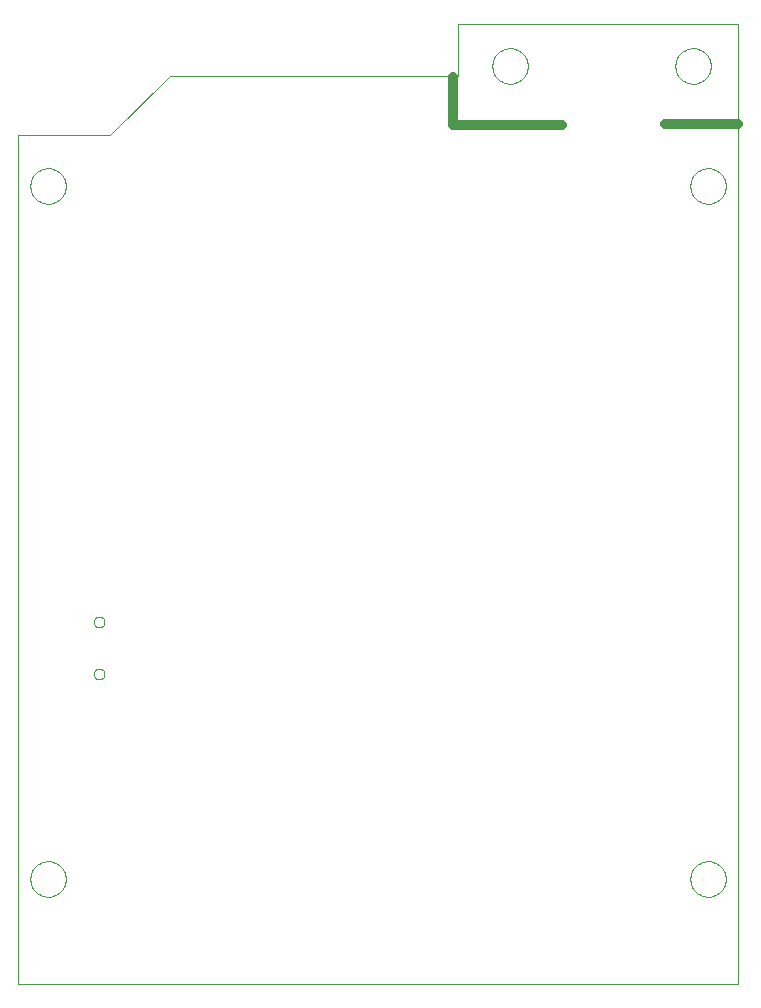
<source format=gko>
G75*
G70*
%OFA0B0*%
%FSLAX24Y24*%
%IPPOS*%
%LPD*%
%AMOC8*
5,1,8,0,0,1.08239X$1,22.5*
%
%ADD10C,0.0000*%
%ADD11C,0.0320*%
D10*
X000706Y001758D02*
X000706Y030058D01*
X003746Y030058D01*
X003756Y030068D01*
X005766Y032018D01*
X015356Y032018D01*
X015356Y033758D01*
X024706Y033758D01*
X024706Y030428D01*
X024706Y001758D01*
X000706Y001758D01*
X001115Y005258D02*
X001117Y005306D01*
X001123Y005354D01*
X001133Y005401D01*
X001146Y005447D01*
X001164Y005492D01*
X001184Y005536D01*
X001209Y005578D01*
X001237Y005617D01*
X001267Y005654D01*
X001301Y005688D01*
X001338Y005720D01*
X001376Y005749D01*
X001417Y005774D01*
X001460Y005796D01*
X001505Y005814D01*
X001551Y005828D01*
X001598Y005839D01*
X001646Y005846D01*
X001694Y005849D01*
X001742Y005848D01*
X001790Y005843D01*
X001838Y005834D01*
X001884Y005822D01*
X001929Y005805D01*
X001973Y005785D01*
X002015Y005762D01*
X002055Y005735D01*
X002093Y005705D01*
X002128Y005672D01*
X002160Y005636D01*
X002190Y005598D01*
X002216Y005557D01*
X002238Y005514D01*
X002258Y005470D01*
X002273Y005425D01*
X002285Y005378D01*
X002293Y005330D01*
X002297Y005282D01*
X002297Y005234D01*
X002293Y005186D01*
X002285Y005138D01*
X002273Y005091D01*
X002258Y005046D01*
X002238Y005002D01*
X002216Y004959D01*
X002190Y004918D01*
X002160Y004880D01*
X002128Y004844D01*
X002093Y004811D01*
X002055Y004781D01*
X002015Y004754D01*
X001973Y004731D01*
X001929Y004711D01*
X001884Y004694D01*
X001838Y004682D01*
X001790Y004673D01*
X001742Y004668D01*
X001694Y004667D01*
X001646Y004670D01*
X001598Y004677D01*
X001551Y004688D01*
X001505Y004702D01*
X001460Y004720D01*
X001417Y004742D01*
X001376Y004767D01*
X001338Y004796D01*
X001301Y004828D01*
X001267Y004862D01*
X001237Y004899D01*
X001209Y004938D01*
X001184Y004980D01*
X001164Y005024D01*
X001146Y005069D01*
X001133Y005115D01*
X001123Y005162D01*
X001117Y005210D01*
X001115Y005258D01*
X003229Y012091D02*
X003231Y012117D01*
X003237Y012143D01*
X003247Y012168D01*
X003260Y012191D01*
X003276Y012211D01*
X003296Y012229D01*
X003318Y012244D01*
X003341Y012256D01*
X003367Y012264D01*
X003393Y012268D01*
X003419Y012268D01*
X003445Y012264D01*
X003471Y012256D01*
X003495Y012244D01*
X003516Y012229D01*
X003536Y012211D01*
X003552Y012191D01*
X003565Y012168D01*
X003575Y012143D01*
X003581Y012117D01*
X003583Y012091D01*
X003581Y012065D01*
X003575Y012039D01*
X003565Y012014D01*
X003552Y011991D01*
X003536Y011971D01*
X003516Y011953D01*
X003494Y011938D01*
X003471Y011926D01*
X003445Y011918D01*
X003419Y011914D01*
X003393Y011914D01*
X003367Y011918D01*
X003341Y011926D01*
X003317Y011938D01*
X003296Y011953D01*
X003276Y011971D01*
X003260Y011991D01*
X003247Y012014D01*
X003237Y012039D01*
X003231Y012065D01*
X003229Y012091D01*
X003229Y013824D02*
X003231Y013850D01*
X003237Y013876D01*
X003247Y013901D01*
X003260Y013924D01*
X003276Y013944D01*
X003296Y013962D01*
X003318Y013977D01*
X003341Y013989D01*
X003367Y013997D01*
X003393Y014001D01*
X003419Y014001D01*
X003445Y013997D01*
X003471Y013989D01*
X003495Y013977D01*
X003516Y013962D01*
X003536Y013944D01*
X003552Y013924D01*
X003565Y013901D01*
X003575Y013876D01*
X003581Y013850D01*
X003583Y013824D01*
X003581Y013798D01*
X003575Y013772D01*
X003565Y013747D01*
X003552Y013724D01*
X003536Y013704D01*
X003516Y013686D01*
X003494Y013671D01*
X003471Y013659D01*
X003445Y013651D01*
X003419Y013647D01*
X003393Y013647D01*
X003367Y013651D01*
X003341Y013659D01*
X003317Y013671D01*
X003296Y013686D01*
X003276Y013704D01*
X003260Y013724D01*
X003247Y013747D01*
X003237Y013772D01*
X003231Y013798D01*
X003229Y013824D01*
X001115Y028358D02*
X001117Y028406D01*
X001123Y028454D01*
X001133Y028501D01*
X001146Y028547D01*
X001164Y028592D01*
X001184Y028636D01*
X001209Y028678D01*
X001237Y028717D01*
X001267Y028754D01*
X001301Y028788D01*
X001338Y028820D01*
X001376Y028849D01*
X001417Y028874D01*
X001460Y028896D01*
X001505Y028914D01*
X001551Y028928D01*
X001598Y028939D01*
X001646Y028946D01*
X001694Y028949D01*
X001742Y028948D01*
X001790Y028943D01*
X001838Y028934D01*
X001884Y028922D01*
X001929Y028905D01*
X001973Y028885D01*
X002015Y028862D01*
X002055Y028835D01*
X002093Y028805D01*
X002128Y028772D01*
X002160Y028736D01*
X002190Y028698D01*
X002216Y028657D01*
X002238Y028614D01*
X002258Y028570D01*
X002273Y028525D01*
X002285Y028478D01*
X002293Y028430D01*
X002297Y028382D01*
X002297Y028334D01*
X002293Y028286D01*
X002285Y028238D01*
X002273Y028191D01*
X002258Y028146D01*
X002238Y028102D01*
X002216Y028059D01*
X002190Y028018D01*
X002160Y027980D01*
X002128Y027944D01*
X002093Y027911D01*
X002055Y027881D01*
X002015Y027854D01*
X001973Y027831D01*
X001929Y027811D01*
X001884Y027794D01*
X001838Y027782D01*
X001790Y027773D01*
X001742Y027768D01*
X001694Y027767D01*
X001646Y027770D01*
X001598Y027777D01*
X001551Y027788D01*
X001505Y027802D01*
X001460Y027820D01*
X001417Y027842D01*
X001376Y027867D01*
X001338Y027896D01*
X001301Y027928D01*
X001267Y027962D01*
X001237Y027999D01*
X001209Y028038D01*
X001184Y028080D01*
X001164Y028124D01*
X001146Y028169D01*
X001133Y028215D01*
X001123Y028262D01*
X001117Y028310D01*
X001115Y028358D01*
X016515Y032358D02*
X016517Y032406D01*
X016523Y032454D01*
X016533Y032501D01*
X016546Y032547D01*
X016564Y032592D01*
X016584Y032636D01*
X016609Y032678D01*
X016637Y032717D01*
X016667Y032754D01*
X016701Y032788D01*
X016738Y032820D01*
X016776Y032849D01*
X016817Y032874D01*
X016860Y032896D01*
X016905Y032914D01*
X016951Y032928D01*
X016998Y032939D01*
X017046Y032946D01*
X017094Y032949D01*
X017142Y032948D01*
X017190Y032943D01*
X017238Y032934D01*
X017284Y032922D01*
X017329Y032905D01*
X017373Y032885D01*
X017415Y032862D01*
X017455Y032835D01*
X017493Y032805D01*
X017528Y032772D01*
X017560Y032736D01*
X017590Y032698D01*
X017616Y032657D01*
X017638Y032614D01*
X017658Y032570D01*
X017673Y032525D01*
X017685Y032478D01*
X017693Y032430D01*
X017697Y032382D01*
X017697Y032334D01*
X017693Y032286D01*
X017685Y032238D01*
X017673Y032191D01*
X017658Y032146D01*
X017638Y032102D01*
X017616Y032059D01*
X017590Y032018D01*
X017560Y031980D01*
X017528Y031944D01*
X017493Y031911D01*
X017455Y031881D01*
X017415Y031854D01*
X017373Y031831D01*
X017329Y031811D01*
X017284Y031794D01*
X017238Y031782D01*
X017190Y031773D01*
X017142Y031768D01*
X017094Y031767D01*
X017046Y031770D01*
X016998Y031777D01*
X016951Y031788D01*
X016905Y031802D01*
X016860Y031820D01*
X016817Y031842D01*
X016776Y031867D01*
X016738Y031896D01*
X016701Y031928D01*
X016667Y031962D01*
X016637Y031999D01*
X016609Y032038D01*
X016584Y032080D01*
X016564Y032124D01*
X016546Y032169D01*
X016533Y032215D01*
X016523Y032262D01*
X016517Y032310D01*
X016515Y032358D01*
X022615Y032358D02*
X022617Y032406D01*
X022623Y032454D01*
X022633Y032501D01*
X022646Y032547D01*
X022664Y032592D01*
X022684Y032636D01*
X022709Y032678D01*
X022737Y032717D01*
X022767Y032754D01*
X022801Y032788D01*
X022838Y032820D01*
X022876Y032849D01*
X022917Y032874D01*
X022960Y032896D01*
X023005Y032914D01*
X023051Y032928D01*
X023098Y032939D01*
X023146Y032946D01*
X023194Y032949D01*
X023242Y032948D01*
X023290Y032943D01*
X023338Y032934D01*
X023384Y032922D01*
X023429Y032905D01*
X023473Y032885D01*
X023515Y032862D01*
X023555Y032835D01*
X023593Y032805D01*
X023628Y032772D01*
X023660Y032736D01*
X023690Y032698D01*
X023716Y032657D01*
X023738Y032614D01*
X023758Y032570D01*
X023773Y032525D01*
X023785Y032478D01*
X023793Y032430D01*
X023797Y032382D01*
X023797Y032334D01*
X023793Y032286D01*
X023785Y032238D01*
X023773Y032191D01*
X023758Y032146D01*
X023738Y032102D01*
X023716Y032059D01*
X023690Y032018D01*
X023660Y031980D01*
X023628Y031944D01*
X023593Y031911D01*
X023555Y031881D01*
X023515Y031854D01*
X023473Y031831D01*
X023429Y031811D01*
X023384Y031794D01*
X023338Y031782D01*
X023290Y031773D01*
X023242Y031768D01*
X023194Y031767D01*
X023146Y031770D01*
X023098Y031777D01*
X023051Y031788D01*
X023005Y031802D01*
X022960Y031820D01*
X022917Y031842D01*
X022876Y031867D01*
X022838Y031896D01*
X022801Y031928D01*
X022767Y031962D01*
X022737Y031999D01*
X022709Y032038D01*
X022684Y032080D01*
X022664Y032124D01*
X022646Y032169D01*
X022633Y032215D01*
X022623Y032262D01*
X022617Y032310D01*
X022615Y032358D01*
X023115Y028358D02*
X023117Y028406D01*
X023123Y028454D01*
X023133Y028501D01*
X023146Y028547D01*
X023164Y028592D01*
X023184Y028636D01*
X023209Y028678D01*
X023237Y028717D01*
X023267Y028754D01*
X023301Y028788D01*
X023338Y028820D01*
X023376Y028849D01*
X023417Y028874D01*
X023460Y028896D01*
X023505Y028914D01*
X023551Y028928D01*
X023598Y028939D01*
X023646Y028946D01*
X023694Y028949D01*
X023742Y028948D01*
X023790Y028943D01*
X023838Y028934D01*
X023884Y028922D01*
X023929Y028905D01*
X023973Y028885D01*
X024015Y028862D01*
X024055Y028835D01*
X024093Y028805D01*
X024128Y028772D01*
X024160Y028736D01*
X024190Y028698D01*
X024216Y028657D01*
X024238Y028614D01*
X024258Y028570D01*
X024273Y028525D01*
X024285Y028478D01*
X024293Y028430D01*
X024297Y028382D01*
X024297Y028334D01*
X024293Y028286D01*
X024285Y028238D01*
X024273Y028191D01*
X024258Y028146D01*
X024238Y028102D01*
X024216Y028059D01*
X024190Y028018D01*
X024160Y027980D01*
X024128Y027944D01*
X024093Y027911D01*
X024055Y027881D01*
X024015Y027854D01*
X023973Y027831D01*
X023929Y027811D01*
X023884Y027794D01*
X023838Y027782D01*
X023790Y027773D01*
X023742Y027768D01*
X023694Y027767D01*
X023646Y027770D01*
X023598Y027777D01*
X023551Y027788D01*
X023505Y027802D01*
X023460Y027820D01*
X023417Y027842D01*
X023376Y027867D01*
X023338Y027896D01*
X023301Y027928D01*
X023267Y027962D01*
X023237Y027999D01*
X023209Y028038D01*
X023184Y028080D01*
X023164Y028124D01*
X023146Y028169D01*
X023133Y028215D01*
X023123Y028262D01*
X023117Y028310D01*
X023115Y028358D01*
X023115Y005258D02*
X023117Y005306D01*
X023123Y005354D01*
X023133Y005401D01*
X023146Y005447D01*
X023164Y005492D01*
X023184Y005536D01*
X023209Y005578D01*
X023237Y005617D01*
X023267Y005654D01*
X023301Y005688D01*
X023338Y005720D01*
X023376Y005749D01*
X023417Y005774D01*
X023460Y005796D01*
X023505Y005814D01*
X023551Y005828D01*
X023598Y005839D01*
X023646Y005846D01*
X023694Y005849D01*
X023742Y005848D01*
X023790Y005843D01*
X023838Y005834D01*
X023884Y005822D01*
X023929Y005805D01*
X023973Y005785D01*
X024015Y005762D01*
X024055Y005735D01*
X024093Y005705D01*
X024128Y005672D01*
X024160Y005636D01*
X024190Y005598D01*
X024216Y005557D01*
X024238Y005514D01*
X024258Y005470D01*
X024273Y005425D01*
X024285Y005378D01*
X024293Y005330D01*
X024297Y005282D01*
X024297Y005234D01*
X024293Y005186D01*
X024285Y005138D01*
X024273Y005091D01*
X024258Y005046D01*
X024238Y005002D01*
X024216Y004959D01*
X024190Y004918D01*
X024160Y004880D01*
X024128Y004844D01*
X024093Y004811D01*
X024055Y004781D01*
X024015Y004754D01*
X023973Y004731D01*
X023929Y004711D01*
X023884Y004694D01*
X023838Y004682D01*
X023790Y004673D01*
X023742Y004668D01*
X023694Y004667D01*
X023646Y004670D01*
X023598Y004677D01*
X023551Y004688D01*
X023505Y004702D01*
X023460Y004720D01*
X023417Y004742D01*
X023376Y004767D01*
X023338Y004796D01*
X023301Y004828D01*
X023267Y004862D01*
X023237Y004899D01*
X023209Y004938D01*
X023184Y004980D01*
X023164Y005024D01*
X023146Y005069D01*
X023133Y005115D01*
X023123Y005162D01*
X023117Y005210D01*
X023115Y005258D01*
D11*
X022276Y030428D02*
X024706Y030428D01*
X018826Y030378D02*
X015186Y030388D01*
X015186Y031978D01*
M02*

</source>
